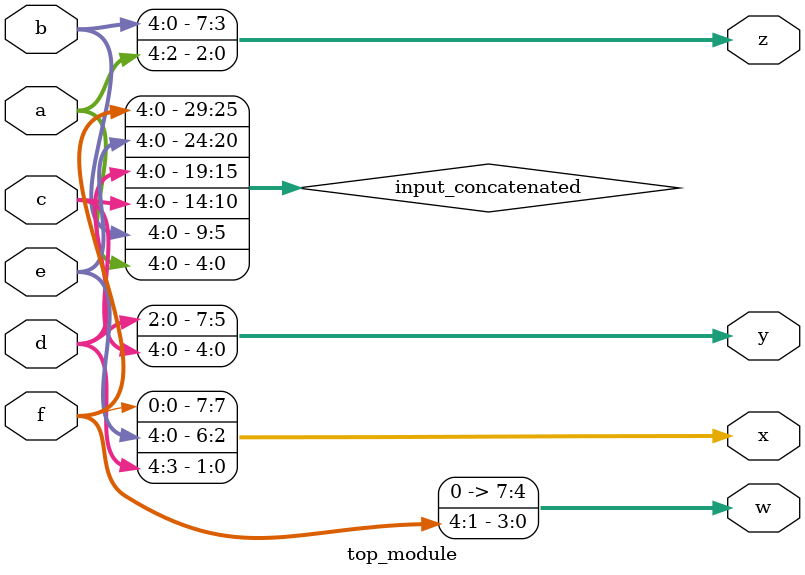
<source format=sv>
module top_module (
	input [4:0] a,
	input [4:0] b,
	input [4:0] c,
	input [4:0] d,
	input [4:0] e,
	input [4:0] f,
	output [7:0] w,
	output [7:0] x,
	output [7:0] y,
	output [7:0] z
);

	// Concatenate the input vectors
	wire [29:0] input_concatenated;
	assign input_concatenated = {f, e, d, c, b, a};

	// Split the concatenated input into output vectors
	assign {w, x, y, z, 1'b1, 1'b1} = input_concatenated;

endmodule

</source>
